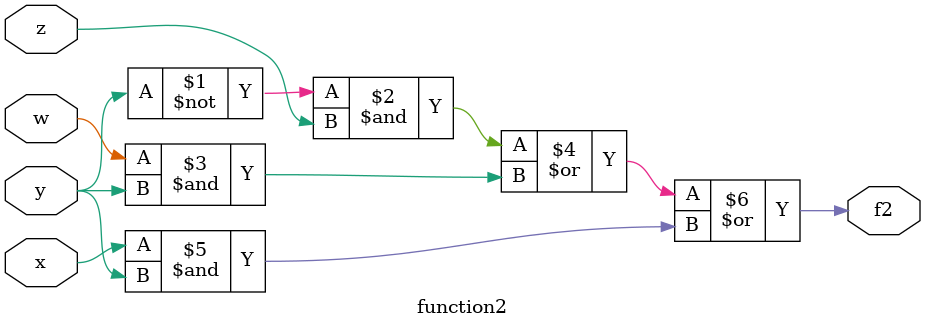
<source format=v>
module function2(w,x,y,z,f2);
input w,x,y,z;
output f2;
assign f2=((~y & z)|( w & y )|(x & y));
endmodule

</source>
